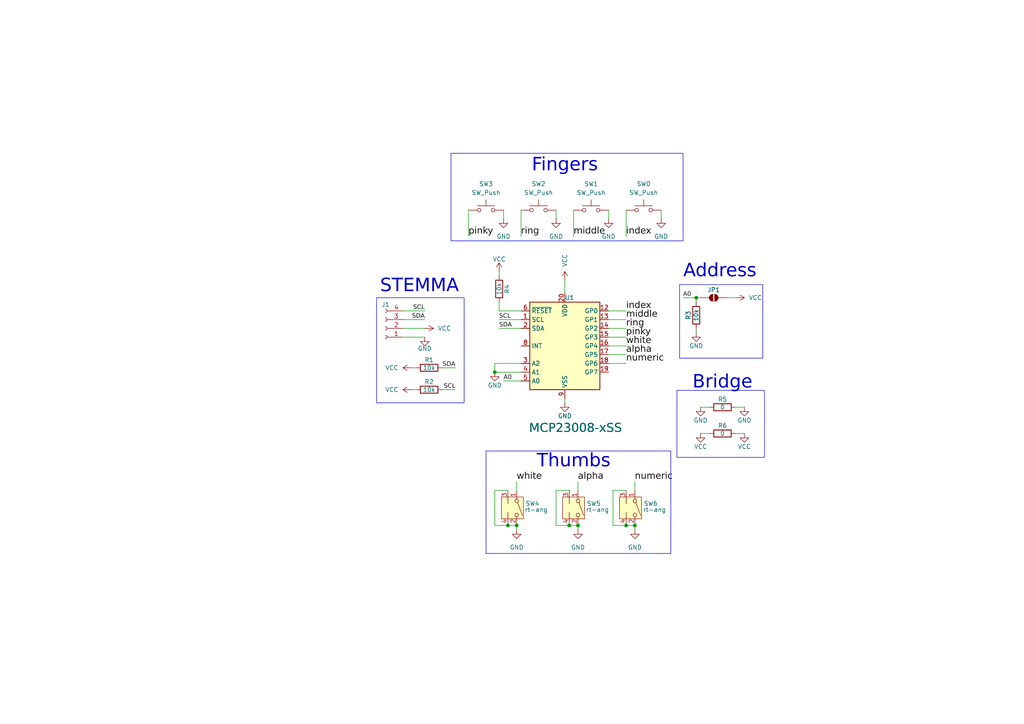
<source format=kicad_sch>
(kicad_sch (version 20250114) (generator "eeschema") (generator_version "9.0")
  (paper "A4")
  (lib_symbols
    (symbol "Connector:Conn_01x04_Socket" (pin_names (offset 1.016) (hide yes))
      (property "Reference" "J" (at 0 5.08 0))
      (property "Value" "Conn_01x04_Socket" (at 0 -7.62 0))
      (symbol "Conn_01x04_Socket_1_1"
        (polyline (pts (xy -1.27 2.54) (xy -0.508 2.54)) (stroke (width 0.1524)))
        (polyline (pts (xy -1.27 0) (xy -0.508 0)) (stroke (width 0.1524)))
        (polyline (pts (xy -1.27 -2.54) (xy -0.508 -2.54)) (stroke (width 0.1524)))
        (polyline (pts (xy -1.27 -5.08) (xy -0.508 -5.08)) (stroke (width 0.1524)))
        (arc (start 0 2.032) (mid -0.5058 2.54) (end 0 3.048) (stroke (width 0.1524)))
        (arc (start 0 -0.508) (mid -0.5058 0) (end 0 0.508) (stroke (width 0.1524)))
        (arc (start 0 -3.048) (mid -0.5058 -2.54) (end 0 -2.032) (stroke (width 0.1524)))
        (arc (start 0 -5.588) (mid -0.5058 -5.08) (end 0 -4.572) (stroke (width 0.1524)))
        (pin passive line (at -5.08 2.54 0) (length 3.81) (name "Pin_1") (number "1"))
        (pin passive line (at -5.08 0 0) (length 3.81) (name "Pin_2") (number "2"))
        (pin passive line (at -5.08 -2.54 0) (length 3.81) (name "Pin_3") (number "3"))
        (pin passive line (at -5.08 -5.08 0) (length 3.81) (name "Pin_4") (number "4"))
      )
    )
    (symbol "Device:R" (pin_numbers (hide yes)) (pin_names (offset 0))
      (property "Reference" "R" (at 2.032 0 90))
      (property "Value" "R" (at 0 0 90))
      (symbol "R_0_1"
        (rectangle (start -1.016 -2.54) (end 1.016 2.54) (stroke (width 0.254)))
      )
      (symbol "R_1_1"
        (pin passive line (at 0 3.81 270) (length 1.27) (name "~") (number "1"))
        (pin passive line (at 0 -3.81 90) (length 1.27) (name "~") (number "2"))
      )
    )
    (symbol "Interface_Expansion:MCP23008-xSS"
      (property "Reference" "U" (at -8.89 13.97 0))
      (property "Value" "MCP23008-xSS" (at 8.89 13.97 0))
      (symbol "MCP23008-xSS_0_1"
        (rectangle (start -10.16 12.7) (end 10.16 -12.7) (stroke (width 0.254)) (fill (type background)))
      )
      (symbol "MCP23008-xSS_1_1"
        (pin input line (at -12.7 10.16 0) (length 2.54) (name "~{RESET}") (number "6"))
        (pin input line (at -12.7 7.62 0) (length 2.54) (name "SCL") (number "1"))
        (pin bidirectional line (at -12.7 5.08 0) (length 2.54) (name "SDA") (number "2"))
        (pin output line (at -12.7 0 0) (length 2.54) (name "INT") (number "8"))
        (pin input line (at -12.7 -5.08 0) (length 2.54) (name "A2") (number "3"))
        (pin input line (at -12.7 -7.62 0) (length 2.54) (name "A1") (number "4"))
        (pin input line (at -12.7 -10.16 0) (length 2.54) (name "A0") (number "5"))
        (pin no_connect line (at -10.16 2.54 0) (length 2.54) (hide yes) (name "NC") (number "7"))
        (pin no_connect line (at -10.16 -2.54 0) (length 2.54) (hide yes) (name "NC") (number "10"))
        (pin power_in line (at 0 15.24 270) (length 2.54) (name "VDD") (number "20"))
        (pin power_in line (at 0 -15.24 90) (length 2.54) (name "VSS") (number "9"))
        (pin no_connect line (at 10.16 -10.16 180) (length 2.54) (hide yes) (name "NC") (number "11"))
        (pin bidirectional line (at 12.7 10.16 180) (length 2.54) (name "GP0") (number "12"))
        (pin bidirectional line (at 12.7 7.62 180) (length 2.54) (name "GP1") (number "13"))
        (pin bidirectional line (at 12.7 5.08 180) (length 2.54) (name "GP2") (number "14"))
        (pin bidirectional line (at 12.7 2.54 180) (length 2.54) (name "GP3") (number "15"))
        (pin bidirectional line (at 12.7 0 180) (length 2.54) (name "GP4") (number "16"))
        (pin bidirectional line (at 12.7 -2.54 180) (length 2.54) (name "GP5") (number "17"))
        (pin bidirectional line (at 12.7 -5.08 180) (length 2.54) (name "GP6") (number "18"))
        (pin bidirectional line (at 12.7 -7.62 180) (length 2.54) (name "GP7") (number "19"))
      )
    )
    (symbol "Jumper:SolderJumper_2_Open" (pin_numbers (hide yes)) (pin_names (offset 0) (hide yes)) (exclude_from_sim yes) (in_bom no)
      (property "Reference" "JP" (at 0 2.032 0))
      (property "Value" "SolderJumper_2_Open" (at 0 -2.54 0))
      (symbol "SolderJumper_2_Open_0_1"
        (polyline (pts (xy -0.254 1.016) (xy -0.254 -1.016)))
        (arc (start -0.254 -1.016) (mid -1.2656 0) (end -0.254 1.016))
        (arc (start -0.254 -1.016) (mid -1.2656 0) (end -0.254 1.016) (fill (type outline)))
        (arc (start 0.254 1.016) (mid 1.2656 0) (end 0.254 -1.016))
        (arc (start 0.254 1.016) (mid 1.2656 0) (end 0.254 -1.016) (fill (type outline)))
        (polyline (pts (xy 0.254 1.016) (xy 0.254 -1.016)))
      )
      (symbol "SolderJumper_2_Open_1_1"
        (pin passive line (at -3.81 0 0) (length 2.54) (name "A") (number "1"))
        (pin passive line (at 3.81 0 180) (length 2.54) (name "B") (number "2"))
      )
    )
    (symbol "Switch:SW_Push" (pin_numbers (hide yes)) (pin_names (offset 1.016) (hide yes))
      (property "Reference" "SW" (at 1.27 2.54 0))
      (property "Value" "SW_Push" (at 0 -1.524 0))
      (symbol "SW_Push_0_1"
        (circle (center -2.032 0) (radius 0.508))
        (polyline (pts (xy 0 1.27) (xy 0 3.048)))
        (circle (center 2.032 0) (radius 0.508))
        (polyline (pts (xy 2.54 1.27) (xy -2.54 1.27)))
        (pin passive line (at -5.08 0 0) (length 2.54) (name "1") (number "1"))
        (pin passive line (at 5.08 0 180) (length 2.54) (name "2") (number "2"))
      )
    )
    (symbol "power:GND" (power) (pin_numbers (hide yes)) (pin_names (offset 0) (hide yes))
      (property "Value" "GND" (at 0 -3.81 0))
      (symbol "GND_0_1"
        (polyline (pts (xy 0 0) (xy 0 -1.27) (xy 1.27 -1.27) (xy 0 -2.54) (xy -1.27 -1.27) (xy 0 -1.27)))
      )
      (symbol "GND_1_1"
        (pin power_in line (at 0 0 270) (length 0) (name "~") (number "1"))
      )
    )
    (symbol "power:VCC" (power) (pin_numbers (hide yes)) (pin_names (offset 0) (hide yes))
      (property "Value" "VCC" (at 0 3.556 0))
      (symbol "VCC_0_1"
        (polyline (pts (xy -0.762 1.27) (xy 0 2.54)))
        (polyline (pts (xy 0 2.54) (xy 0.762 1.27)))
        (polyline (pts (xy 0 0) (xy 0 2.54)))
      )
      (symbol "VCC_1_1"
        (pin power_in line (at 0 0 90) (length 0) (name "~") (number "1"))
      )
    )
    (symbol "sw_spst_rt_ang_tactile_switch:sw-sptst-rt-ang-switch" (pin_names (offset 1.016) (hide yes))
      (property "Reference" "SW" (at 0 6.35 0))
      (property "Value" "rt-ang" (at 0 -3.81 0))
      (symbol "sw-sptst-rt-ang-switch_0_1"
        (polyline (pts (xy -2.54 0) (xy -1.27 0)))
        (circle (center -2.032 2.54) (radius 0.508))
        (polyline (pts (xy -1.524 2.794) (xy 2.159 4.191)))
        (circle (center 2.032 2.54) (radius 0.508))
        (polyline (pts (xy 2.54 0) (xy 1.27 0)))
        (pin passive line (at -5.08 2.54 0) (length 2.54) (name "1") (number "1"))
        (pin passive line (at -5.08 0 0) (length 2.54) (name "L") (number "3"))
        (pin passive line (at 5.08 2.54 180) (length 2.54) (name "2") (number "2"))
        (pin passive line (at 5.08 0 180) (length 2.54) (name "L") (number "4"))
      )
      (symbol "sw-sptst-rt-ang-switch_1_1"
        (rectangle (start -3.175 4.445) (end 3.175 -1.905) (fill (type background)))
      )
    )
  )
  (rectangle (start 197.104 82.55) (end 221.234 103.886))
  (rectangle (start 140.97 130.81) (end 194.564 160.528))
  (rectangle (start 130.81 44.45) (end 198.12 69.85))
  (rectangle (start 196.342 113.2205) (end 221.742 132.6515))
  (rectangle (start 109.22 86.36) (end 134.62 116.84))
  (text "Bridge\n" (at 209.55 112.014 0) (effects (font (size 3.81 3.81))))
  (text "Fingers" (at 163.83 49.022 0) (effects (font (size 3.81 3.81))))
  (text "Thumbs" (at 166.37 134.874 0) (effects (font (size 3.81 3.81))))
  (text "Address" (at 208.788 79.756 0) (effects (font (size 3.81 3.81))))
  (text "STEMMA" (at 121.666 84.074 0) (effects (font (size 3.81 3.81))))
  (junction (at 165.1 152.4))
  (junction (at 167.64 152.4))
  (junction (at 149.86 152.4))
  (junction (at 201.93 86.36))
  (junction (at 181.61 152.4))
  (junction (at 147.32 152.4))
  (junction (at 143.51 107.95))
  (junction (at 184.15 152.4))
  (wire (pts (xy 161.29 152.4) (xy 165.1 152.4)))
  (wire (pts (xy 151.13 60.96) (xy 151.13 68.58)))
  (wire (pts (xy 176.53 60.96) (xy 176.53 63.5)))
  (wire (pts (xy 149.86 139.7) (xy 149.86 142.24)))
  (wire (pts (xy 123.19 92.71) (xy 116.84 92.71)))
  (wire (pts (xy 176.53 95.25) (xy 181.61 95.25)))
  (wire (pts (xy 201.93 86.36) (xy 203.2 86.36)))
  (wire (pts (xy 167.64 139.7) (xy 167.64 142.24)))
  (wire (pts (xy 143.51 107.95) (xy 151.13 107.95)))
  (wire (pts (xy 146.05 110.49) (xy 151.13 110.49)))
  (wire (pts (xy 184.15 152.4) (xy 184.15 153.67)))
  (wire (pts (xy 198.12 86.36) (xy 201.93 86.36)))
  (wire (pts (xy 213.36 125.73) (xy 215.9 125.73)))
  (wire (pts (xy 176.53 92.71) (xy 181.61 92.71)))
  (wire (pts (xy 213.36 118.11) (xy 215.9 118.11)))
  (wire (pts (xy 119.38 113.03) (xy 120.65 113.03)))
  (wire (pts (xy 144.78 80.01) (xy 144.78 78.74)))
  (wire (pts (xy 149.86 152.4) (xy 149.86 153.67)))
  (wire (pts (xy 176.53 102.87) (xy 181.61 102.87)))
  (wire (pts (xy 191.77 60.96) (xy 191.77 63.5)))
  (wire (pts (xy 123.19 90.17) (xy 116.84 90.17)))
  (wire (pts (xy 176.53 105.41) (xy 181.61 105.41)))
  (wire (pts (xy 147.32 152.4) (xy 149.86 152.4)))
  (wire (pts (xy 165.1 142.24) (xy 161.29 142.24)))
  (wire (pts (xy 203.2 118.11) (xy 205.74 118.11)))
  (wire (pts (xy 163.83 115.57) (xy 163.83 116.84)))
  (wire (pts (xy 167.64 152.4) (xy 167.64 153.67)))
  (wire (pts (xy 116.84 95.25) (xy 123.19 95.25)))
  (wire (pts (xy 201.93 86.36) (xy 201.93 87.63)))
  (wire (pts (xy 143.51 105.41) (xy 143.51 107.95)))
  (wire (pts (xy 165.1 152.4) (xy 167.64 152.4)))
  (wire (pts (xy 143.51 152.4) (xy 147.32 152.4)))
  (wire (pts (xy 144.78 87.63) (xy 144.78 90.17)))
  (wire (pts (xy 144.78 92.71) (xy 151.13 92.71)))
  (wire (pts (xy 166.37 60.96) (xy 166.37 68.58)))
  (wire (pts (xy 147.32 142.24) (xy 143.51 142.24)))
  (wire (pts (xy 146.05 60.96) (xy 146.05 63.5)))
  (wire (pts (xy 176.53 90.17) (xy 181.61 90.17)))
  (wire (pts (xy 143.51 105.41) (xy 151.13 105.41)))
  (wire (pts (xy 181.61 60.96) (xy 181.61 68.58)))
  (wire (pts (xy 116.84 97.79) (xy 123.19 97.79)))
  (wire (pts (xy 135.89 60.96) (xy 135.89 68.58)))
  (wire (pts (xy 144.78 90.17) (xy 151.13 90.17)))
  (wire (pts (xy 176.53 97.79) (xy 181.61 97.79)))
  (wire (pts (xy 163.83 81.28) (xy 163.83 85.09)))
  (wire (pts (xy 177.8 142.24) (xy 177.8 152.4)))
  (wire (pts (xy 184.15 139.7) (xy 184.15 142.24)))
  (wire (pts (xy 210.82 86.36) (xy 213.36 86.36)))
  (wire (pts (xy 132.08 113.03) (xy 128.27 113.03)))
  (wire (pts (xy 143.51 142.24) (xy 143.51 152.4)))
  (wire (pts (xy 201.93 95.25) (xy 201.93 96.52)))
  (wire (pts (xy 161.29 60.96) (xy 161.29 63.5)))
  (wire (pts (xy 181.61 152.4) (xy 184.15 152.4)))
  (wire (pts (xy 181.61 142.24) (xy 177.8 142.24)))
  (wire (pts (xy 176.53 100.33) (xy 181.61 100.33)))
  (wire (pts (xy 144.78 95.25) (xy 151.13 95.25)))
  (wire (pts (xy 132.08 106.68) (xy 128.27 106.68)))
  (wire (pts (xy 161.29 142.24) (xy 161.29 152.4)))
  (wire (pts (xy 119.38 106.68) (xy 120.65 106.68)))
  (wire (pts (xy 203.2 125.73) (xy 205.74 125.73)))
  (wire (pts (xy 177.8 152.4) (xy 181.61 152.4)))
  (label "A0" (at 198.12 86.36 0))
  (label "index" (at 181.61 90.17 0) (effects (font (size 1.905 1.905))))
  (label "middle" (at 166.37 68.58 0) (effects (font (size 1.905 1.905))))
  (label "numeric" (at 181.61 105.41 0) (effects (font (size 1.905 1.905))))
  (label "SDA" (at 123.19 92.71 180))
  (label "SDA" (at 144.78 95.25 0))
  (label "SDA" (at 132.08 106.68 180))
  (label "SCL" (at 144.78 92.71 0))
  (label "ring" (at 181.61 95.25 0) (effects (font (size 1.905 1.905))))
  (label "alpha" (at 181.61 102.87 0) (effects (font (size 1.905 1.905))))
  (label "middle" (at 181.61 92.71 0) (effects (font (size 1.905 1.905))))
  (label "white" (at 181.61 100.33 0) (effects (font (size 1.905 1.905))))
  (label "ring" (at 151.13 68.58 0) (effects (font (size 1.905 1.905))))
  (label "numeric" (at 184.15 139.7 0) (effects (font (size 1.905 1.905))))
  (label "alpha" (at 167.64 139.7 0) (effects (font (size 1.905 1.905))))
  (label "pinky" (at 181.61 97.79 0) (effects (font (size 1.905 1.905))))
  (label "A0" (at 146.05 110.49 0))
  (label "pinky" (at 135.89 68.58 0) (effects (font (size 1.905 1.905))))
  (label "SCL" (at 123.19 90.17 180))
  (label "white" (at 149.86 139.7 0) (effects (font (size 1.905 1.905))))
  (label "index" (at 181.61 68.58 0) (effects (font (size 1.905 1.905))))
  (label "SCL" (at 132.08 113.03 180))
  (symbol (lib_id "power:GND") (at 215.9 125.73 0) (unit 1)
    (property "Reference" "#PWR021" (effects (hide yes)))
    (property "Value" "VCC" (at 215.9 129.54 0))
    (property "Description" "Power symbol creates a global label with name \"GND\" , ground" (effects (hide yes)))
  )
  (symbol (lib_id "Device:R") (at 201.93 91.44 180) (unit 1)
    (property "Reference" "R3" (at 199.644 91.44 90))
    (property "Value" "10k" (at 201.93 91.44 90))
    (property "Footprint" "Resistor_SMD:R_0805_2012Metric_Pad1.20x1.40mm_HandSolder" (effects (hide yes)))
    (property "Description" "Resistor" (effects (hide yes)))
  )
  (symbol (lib_id "power:GND") (at 203.2 125.73 0) (unit 1)
    (property "Reference" "#PWR020" (effects (hide yes)))
    (property "Value" "VCC" (at 203.2 129.54 0))
    (property "Description" "Power symbol creates a global label with name \"GND\" , ground" (effects (hide yes)))
  )
  (symbol (lib_id "power:GND") (at 215.9 118.11 0) (unit 1)
    (property "Reference" "#PWR018" (effects (hide yes)))
    (property "Value" "GND" (at 215.9 121.92 0))
    (property "Description" "Power symbol creates a global label with name \"GND\" , ground" (effects (hide yes)))
  )
  (symbol (lib_id "power:GND") (at 191.77 63.5 0) (unit 1)
    (property "Reference" "#PWR04" (effects (hide yes)))
    (property "Value" "GND" (at 191.77 68.58 0))
    (property "Description" "Power symbol creates a global label with name \"GND\" , ground" (effects (hide yes)))
  )
  (symbol (lib_id "sw_spst_rt_ang_tactile_switch:sw-sptst-rt-ang-switch") (at 181.61 147.32 270) (unit 1)
    (property "Reference" "SW6" (at 186.69 146.0499 90) (effects (justify left)))
    (property "Value" "rt-ang" (at 186.436 147.828 90) (effects (justify left)))
    (property "Footprint" "Button_Switch_THT:SW_Tactile_SPST_Angled_PTS645Vx83-2LFS" (effects (hide yes)))
    (property "Description" "Single Pole Single Throw (SPST) switch with signal lamp, generic" (effects (hide yes)))
  )
  (symbol (lib_id "power:GND") (at 161.29 63.5 0) (unit 1)
    (property "Reference" "#PWR02" (effects (hide yes)))
    (property "Value" "GND" (at 161.29 68.58 0))
    (property "Description" "Power symbol creates a global label with name \"GND\" , ground" (effects (hide yes)))
  )
  (symbol (lib_id "power:GND") (at 149.86 153.67 0) (unit 1)
    (property "Reference" "#PWR024" (effects (hide yes)))
    (property "Value" "GND" (at 149.86 158.75 0))
    (property "Description" "Power symbol creates a global label with name \"GND\" , ground" (effects (hide yes)))
  )
  (symbol (lib_id "Switch:SW_Push") (at 156.21 60.96 0) (unit 1)
    (property "Reference" "SW2" (at 156.21 53.34 0))
    (property "Value" "SW_Push" (at 156.21 55.88 0))
    (property "Footprint" "keyswitches:Kailh_socket_PG1350" (effects (hide yes)))
    (property "Description" "Push button switch, generic, two pins" (effects (hide yes)))
  )
  (symbol (lib_id "power:GND") (at 163.83 116.84 0) (unit 1)
    (property "Reference" "#PWR012" (effects (hide yes)))
    (property "Value" "GND" (at 163.83 120.65 0))
    (property "Description" "Power symbol creates a global label with name \"GND\" , ground" (effects (hide yes)))
  )
  (symbol (lib_id "power:GND") (at 176.53 63.5 0) (unit 1)
    (property "Reference" "#PWR03" (effects (hide yes)))
    (property "Value" "GND" (at 176.53 68.58 0))
    (property "Description" "Power symbol creates a global label with name \"GND\" , ground" (effects (hide yes)))
  )
  (symbol (lib_id "Device:R") (at 144.78 83.82 0) (unit 1)
    (property "Reference" "R4" (at 147.066 83.82 90))
    (property "Value" "10k" (at 144.78 83.82 90))
    (property "Footprint" "Resistor_SMD:R_0805_2012Metric_Pad1.20x1.40mm_HandSolder" (effects (hide yes)))
    (property "Description" "Resistor" (effects (hide yes)))
  )
  (symbol (lib_id "Connector:Conn_01x04_Socket") (at 111.76 95.25 180) (unit 1)
    (property "Reference" "J1" (at 113.03 88.392 0) (effects (justify left)))
    (property "Value" "Conn_01x04_Socket" (effects (hide yes)))
    (property "Footprint" "Connector_JST:JST_SH_SM04B-SRSS-TB_1x04-1MP_P1.00mm_Horizontal" (effects (hide yes)))
    (property "Description" "Generic connector, single row, 01x04, script generated" (effects (hide yes)))
  )
  (symbol (lib_id "power:VCC") (at 163.83 81.28 0) (unit 1)
    (property "Reference" "#PWR016" (effects (hide yes)))
    (property "Value" "VCC" (at 163.8299 77.47 90) (effects (justify left)))
    (property "Description" "Power symbol creates a global label with name \"VCC\"" (effects (hide yes)))
  )
  (symbol (lib_id "power:GND") (at 143.51 107.95 0) (unit 1)
    (property "Reference" "#PWR013" (effects (hide yes)))
    (property "Value" "GND" (at 143.51 111.76 0))
    (property "Description" "Power symbol creates a global label with name \"GND\" , ground" (effects (hide yes)))
  )
  (symbol (lib_id "Switch:SW_Push") (at 140.97 60.96 0) (unit 1)
    (property "Reference" "SW3" (at 140.97 53.34 0))
    (property "Value" "SW_Push" (at 140.97 55.88 0))
    (property "Footprint" "keyswitches:Kailh_socket_PG1350" (effects (hide yes)))
    (property "Description" "Push button switch, generic, two pins" (effects (hide yes)))
  )
  (symbol (lib_id "sw_spst_rt_ang_tactile_switch:sw-sptst-rt-ang-switch") (at 165.1 147.32 270) (unit 1)
    (property "Reference" "SW5" (at 170.18 146.0499 90) (effects (justify left)))
    (property "Value" "rt-ang" (at 169.926 147.828 90) (effects (justify left)))
    (property "Footprint" "Button_Switch_THT:SW_Tactile_SPST_Angled_PTS645Vx83-2LFS" (effects (hide yes)))
    (property "Description" "Single Pole Single Throw (SPST) switch with signal lamp, generic" (effects (hide yes)))
  )
  (symbol (lib_id "power:VCC") (at 119.38 113.03 90) (unit 1)
    (property "Reference" "#PWR09" (effects (hide yes)))
    (property "Value" "VCC" (at 115.57 113.0299 90) (effects (justify left)))
    (property "Description" "Power symbol creates a global label with name \"VCC\"" (effects (hide yes)))
  )
  (symbol (lib_id "power:GND") (at 146.05 63.5 0) (unit 1)
    (property "Reference" "#PWR01" (effects (hide yes)))
    (property "Value" "GND" (at 146.05 68.58 0))
    (property "Description" "Power symbol creates a global label with name \"GND\" , ground" (effects (hide yes)))
  )
  (symbol (lib_id "power:VCC") (at 119.38 106.68 90) (unit 1)
    (property "Reference" "#PWR010" (effects (hide yes)))
    (property "Value" "VCC" (at 115.57 106.6799 90) (effects (justify left)))
    (property "Description" "Power symbol creates a global label with name \"VCC\"" (effects (hide yes)))
  )
  (symbol (lib_id "Switch:SW_Push") (at 171.45 60.96 0) (unit 1)
    (property "Reference" "SW1" (at 171.45 53.34 0))
    (property "Value" "SW_Push" (at 171.45 55.88 0))
    (property "Footprint" "keyswitches:Kailh_socket_PG1350" (effects (hide yes)))
    (property "Description" "Push button switch, generic, two pins" (effects (hide yes)))
  )
  (symbol (lib_id "power:GND") (at 203.2 118.11 0) (unit 1)
    (property "Reference" "#PWR019" (effects (hide yes)))
    (property "Value" "GND" (at 203.2 121.92 0))
    (property "Description" "Power symbol creates a global label with name \"GND\" , ground" (effects (hide yes)))
  )
  (symbol (lib_id "Device:R") (at 209.55 118.11 90) (unit 1)
    (property "Reference" "R5" (at 209.55 115.824 90))
    (property "Value" "0" (at 209.55 118.11 90))
    (property "Footprint" "Resistor_SMD:R_0805_2012Metric_Pad1.20x1.40mm_HandSolder" (effects (hide yes)))
    (property "Description" "Resistor" (effects (hide yes)))
  )
  (symbol (lib_id "power:GND") (at 184.15 153.67 0) (unit 1)
    (property "Reference" "#PWR022" (effects (hide yes)))
    (property "Value" "GND" (at 184.15 158.75 0))
    (property "Description" "Power symbol creates a global label with name \"GND\" , ground" (effects (hide yes)))
  )
  (symbol (lib_id "power:GND") (at 167.64 153.67 0) (unit 1)
    (property "Reference" "#PWR023" (effects (hide yes)))
    (property "Value" "GND" (at 167.64 158.75 0))
    (property "Description" "Power symbol creates a global label with name \"GND\" , ground" (effects (hide yes)))
  )
  (symbol (lib_id "power:VCC") (at 213.36 86.36 270) (unit 1)
    (property "Reference" "#PWR011" (effects (hide yes)))
    (property "Value" "VCC" (at 217.17 86.3599 90) (effects (justify left)))
    (property "Description" "Power symbol creates a global label with name \"VCC\"" (effects (hide yes)))
  )
  (symbol (lib_id "power:GND") (at 201.93 96.52 0) (unit 1)
    (property "Reference" "#PWR05" (effects (hide yes)))
    (property "Value" "GND" (at 201.93 100.33 0))
    (property "Description" "Power symbol creates a global label with name \"GND\" , ground" (effects (hide yes)))
  )
  (symbol (lib_id "Jumper:SolderJumper_2_Open") (at 207.01 86.36 0) (unit 1) (exclude_from_sim yes) (in_bom no)
    (property "Reference" "JP1" (at 207.01 84.074 0))
    (property "Value" "SolderJumper_2_Open" (effects (hide yes)))
    (property "Footprint" "Jumper:SolderJumper-2_P1.3mm_Open_TrianglePad1.0x1.5mm" (effects (hide yes)))
    (property "Description" "Solder Jumper, 2-pole, open" (effects (hide yes)))
  )
  (symbol (lib_id "Device:R") (at 209.55 125.73 90) (unit 1)
    (property "Reference" "R6" (at 209.55 123.444 90))
    (property "Value" "0" (at 209.55 125.73 90))
    (property "Footprint" "Resistor_SMD:R_0805_2012Metric_Pad1.20x1.40mm_HandSolder" (effects (hide yes)))
    (property "Description" "Resistor" (effects (hide yes)))
  )
  (symbol (lib_id "Switch:SW_Push") (at 186.69 60.96 0) (unit 1)
    (property "Reference" "SW0" (at 186.69 53.34 0))
    (property "Value" "SW_Push" (at 186.69 55.88 0))
    (property "Footprint" "keyswitches:Kailh_socket_PG1350" (effects (hide yes)))
    (property "Description" "Push button switch, generic, two pins" (effects (hide yes)))
  )
  (symbol (lib_id "power:VCC") (at 123.19 95.25 270) (unit 1)
    (property "Reference" "#PWR014" (effects (hide yes)))
    (property "Value" "VCC" (at 127 95.2499 90) (effects (justify left)))
    (property "Description" "Power symbol creates a global label with name \"VCC\"" (effects (hide yes)))
  )
  (symbol (lib_id "Device:R") (at 124.46 113.03 90) (unit 1)
    (property "Reference" "R2" (at 124.46 110.744 90))
    (property "Value" "10k" (at 124.46 113.03 90))
    (property "Footprint" "Resistor_SMD:R_0805_2012Metric_Pad1.20x1.40mm_HandSolder" (effects (hide yes)))
    (property "Description" "Resistor" (effects (hide yes)))
  )
  (symbol (lib_id "power:GND") (at 123.19 97.79 0) (unit 1)
    (property "Reference" "#PWR015" (effects (hide yes)))
    (property "Value" "GND" (at 123.19 101.092 0))
    (property "Description" "Power symbol creates a global label with name \"GND\" , ground" (effects (hide yes)))
  )
  (symbol (lib_id "sw_spst_rt_ang_tactile_switch:sw-sptst-rt-ang-switch") (at 147.32 147.32 270) (unit 1)
    (property "Reference" "SW4" (at 152.4 146.0499 90) (effects (justify left)))
    (property "Value" "rt-ang" (at 152.146 147.828 90) (effects (justify left)))
    (property "Footprint" "Button_Switch_THT:SW_Tactile_SPST_Angled_PTS645Vx83-2LFS" (effects (hide yes)))
    (property "Description" "Single Pole Single Throw (SPST) switch with signal lamp, generic" (effects (hide yes)))
  )
  (symbol (lib_id "Interface_Expansion:MCP23008-xSS") (at 163.83 100.33 0) (unit 1)
    (property "Reference" "U1" (at 163.83 86.36 0) (effects (justify left)))
    (property "Value" "MCP23008-xSS" (at 151.638 124.206 0) (effects (font (size 2.54 2.54)) (justify left)))
    (property "Footprint" "Package_SO:SSOP-20_5.3x7.2mm_P0.65mm" (effects (hide yes)))
    (property "Datasheet" "http://ww1.microchip.com/downloads/en/DeviceDoc/MCP23008-MCP23S08-Data-Sheet-20001919F.pdf" (effects (hide yes)))
    (property "Description" "8-bit I/O expander, I2C, interrupts, SSOP-20" (effects (hide yes)))
  )
  (symbol (lib_id "power:VCC") (at 144.78 78.74 0) (unit 1)
    (property "Reference" "#PWR017" (effects (hide yes)))
    (property "Value" "VCC" (at 144.78 75.184 0))
    (property "Description" "Power symbol creates a global label with name \"VCC\"" (effects (hide yes)))
  )
  (symbol (lib_id "Device:R") (at 124.46 106.68 90) (unit 1)
    (property "Reference" "R1" (at 124.46 104.394 90))
    (property "Value" "10k" (at 124.46 106.68 90))
    (property "Footprint" "Resistor_SMD:R_0805_2012Metric_Pad1.20x1.40mm_HandSolder" (effects (hide yes)))
    (property "Description" "Resistor" (effects (hide yes)))
  )
)
</source>
